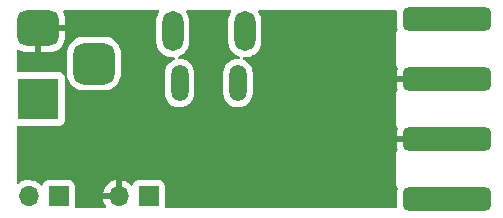
<source format=gbr>
%TF.GenerationSoftware,KiCad,Pcbnew,(6.0.2)*%
%TF.CreationDate,2022-09-06T11:12:12-04:00*%
%TF.ProjectId,PowerSupply,506f7765-7253-4757-9070-6c792e6b6963,rev?*%
%TF.SameCoordinates,Original*%
%TF.FileFunction,Copper,L2,Bot*%
%TF.FilePolarity,Positive*%
%FSLAX46Y46*%
G04 Gerber Fmt 4.6, Leading zero omitted, Abs format (unit mm)*
G04 Created by KiCad (PCBNEW (6.0.2)) date 2022-09-06 11:12:12*
%MOMM*%
%LPD*%
G01*
G04 APERTURE LIST*
G04 Aperture macros list*
%AMRoundRect*
0 Rectangle with rounded corners*
0 $1 Rounding radius*
0 $2 $3 $4 $5 $6 $7 $8 $9 X,Y pos of 4 corners*
0 Add a 4 corners polygon primitive as box body*
4,1,4,$2,$3,$4,$5,$6,$7,$8,$9,$2,$3,0*
0 Add four circle primitives for the rounded corners*
1,1,$1+$1,$2,$3*
1,1,$1+$1,$4,$5*
1,1,$1+$1,$6,$7*
1,1,$1+$1,$8,$9*
0 Add four rect primitives between the rounded corners*
20,1,$1+$1,$2,$3,$4,$5,0*
20,1,$1+$1,$4,$5,$6,$7,0*
20,1,$1+$1,$6,$7,$8,$9,0*
20,1,$1+$1,$8,$9,$2,$3,0*%
G04 Aperture macros list end*
%TA.AperFunction,ComponentPad*%
%ADD10RoundRect,0.500000X-3.250000X-0.500000X3.250000X-0.500000X3.250000X0.500000X-3.250000X0.500000X0*%
%TD*%
%TA.AperFunction,ComponentPad*%
%ADD11R,1.700000X1.700000*%
%TD*%
%TA.AperFunction,ComponentPad*%
%ADD12O,1.700000X1.700000*%
%TD*%
%TA.AperFunction,ComponentPad*%
%ADD13R,3.500000X3.500000*%
%TD*%
%TA.AperFunction,ComponentPad*%
%ADD14RoundRect,0.750000X-1.000000X0.750000X-1.000000X-0.750000X1.000000X-0.750000X1.000000X0.750000X0*%
%TD*%
%TA.AperFunction,ComponentPad*%
%ADD15RoundRect,0.875000X-0.875000X0.875000X-0.875000X-0.875000X0.875000X-0.875000X0.875000X0.875000X0*%
%TD*%
%TA.AperFunction,ComponentPad*%
%ADD16O,1.800000X3.400000*%
%TD*%
%TA.AperFunction,ComponentPad*%
%ADD17O,1.450000X3.100000*%
%TD*%
%TA.AperFunction,ViaPad*%
%ADD18C,0.800000*%
%TD*%
G04 APERTURE END LIST*
D10*
%TO.P,J1,1,Pin_1*%
%TO.N,+24V*%
X178435000Y-68580000D03*
%TO.P,J1,2,Pin_2*%
%TO.N,GND*%
X178435000Y-73660000D03*
%TO.P,J1,3,Pin_3*%
X178435000Y-78740000D03*
%TO.P,J1,4,Pin_4*%
%TO.N,+6V*%
X178435000Y-83820000D03*
%TD*%
D11*
%TO.P,BT1,1,+*%
%TO.N,+BATT*%
X153162000Y-83566000D03*
D12*
%TO.P,BT1,2,-*%
%TO.N,GND*%
X150622000Y-83566000D03*
%TD*%
D11*
%TO.P,D3,1,K*%
%TO.N,Net-(D3-Pad1)*%
X145542000Y-83566000D03*
D12*
%TO.P,D3,2,A*%
%TO.N,+5V*%
X143002000Y-83566000D03*
%TD*%
D13*
%TO.P,J2,1*%
%TO.N,+5V*%
X143822496Y-75341988D03*
D14*
%TO.P,J2,2*%
%TO.N,GND*%
X143822496Y-69341988D03*
D15*
%TO.P,J2,3*%
%TO.N,unconnected-(J2-Pad3)*%
X148522496Y-72341988D03*
%TD*%
D16*
%TO.P,SW1,1,1*%
%TO.N,Net-(D1-Pad1)*%
X155194000Y-69596000D03*
%TO.P,SW1,2,2*%
%TO.N,VBUS*%
X161294000Y-69596000D03*
D17*
%TO.P,SW1,3,K*%
%TO.N,Net-(R6-Pad2)*%
X160719000Y-73996000D03*
%TO.P,SW1,4,A*%
%TO.N,VBUS*%
X155769000Y-73996000D03*
%TD*%
D18*
%TO.N,GND*%
X150291800Y-74777600D03*
X159359600Y-83566000D03*
X170103800Y-79705200D03*
X171323000Y-72313800D03*
X167259000Y-77190600D03*
X167944800Y-69469000D03*
X171323000Y-74599800D03*
X160719008Y-80086200D03*
X168325800Y-74828400D03*
X168275000Y-71805800D03*
X169468800Y-77165200D03*
X168351200Y-82473800D03*
X171348400Y-82372200D03*
X144856200Y-78613000D03*
X146050000Y-77876400D03*
X168376600Y-79705200D03*
%TD*%
%TA.AperFunction,Conductor*%
%TO.N,GND*%
G36*
X153997299Y-67835986D02*
G01*
X154039105Y-67884233D01*
X154048191Y-67947424D01*
X154029880Y-67994286D01*
X154029022Y-67995333D01*
X154026651Y-67999499D01*
X153931998Y-68165780D01*
X153910773Y-68203066D01*
X153909135Y-68207579D01*
X153841947Y-68392680D01*
X153829216Y-68427753D01*
X153828362Y-68432474D01*
X153828362Y-68432475D01*
X153804831Y-68562606D01*
X153786682Y-68662969D01*
X153785500Y-68688032D01*
X153785500Y-70456012D01*
X153800617Y-70634175D01*
X153801821Y-70638815D01*
X153801822Y-70638819D01*
X153834377Y-70764247D01*
X153860668Y-70865540D01*
X153958843Y-71083480D01*
X154092334Y-71281762D01*
X154257326Y-71454718D01*
X154449100Y-71597402D01*
X154662172Y-71705733D01*
X154890452Y-71776616D01*
X155127411Y-71808023D01*
X155162739Y-71806697D01*
X155263204Y-71802925D01*
X155325091Y-71818600D01*
X155368678Y-71865245D01*
X155380128Y-71928051D01*
X155355805Y-71987076D01*
X155310264Y-72021046D01*
X155305875Y-72022837D01*
X155301049Y-72024322D01*
X155105386Y-72125312D01*
X154930699Y-72259354D01*
X154927303Y-72263086D01*
X154927302Y-72263087D01*
X154785906Y-72418478D01*
X154785903Y-72418483D01*
X154782509Y-72422212D01*
X154665501Y-72608739D01*
X154663620Y-72613418D01*
X154663618Y-72613422D01*
X154599278Y-72773472D01*
X154583373Y-72813038D01*
X154582351Y-72817974D01*
X154582349Y-72817980D01*
X154565778Y-72898000D01*
X154538722Y-73028652D01*
X154535500Y-73084530D01*
X154535500Y-74876866D01*
X154538377Y-74909104D01*
X154547013Y-75005859D01*
X154550088Y-75040317D01*
X154551420Y-75045186D01*
X154569627Y-75111739D01*
X154608189Y-75252702D01*
X154610359Y-75257251D01*
X154691802Y-75427999D01*
X154702983Y-75451441D01*
X154705924Y-75455533D01*
X154705927Y-75455539D01*
X154828526Y-75626153D01*
X154828529Y-75626157D01*
X154831472Y-75630252D01*
X154989596Y-75783484D01*
X154993788Y-75786301D01*
X155168165Y-75903479D01*
X155168170Y-75903482D01*
X155172355Y-75906294D01*
X155176970Y-75908320D01*
X155176974Y-75908322D01*
X155279427Y-75953295D01*
X155373973Y-75994798D01*
X155378867Y-75995973D01*
X155378870Y-75995974D01*
X155583175Y-76045023D01*
X155588078Y-76046200D01*
X155807902Y-76058875D01*
X156026496Y-76032422D01*
X156236951Y-75967678D01*
X156241435Y-75965364D01*
X156241439Y-75965362D01*
X156361333Y-75903479D01*
X156432614Y-75866688D01*
X156607301Y-75732646D01*
X156704203Y-75626153D01*
X156752094Y-75573522D01*
X156752097Y-75573517D01*
X156755491Y-75569788D01*
X156872499Y-75383261D01*
X156880899Y-75362367D01*
X156952745Y-75183644D01*
X156952745Y-75183642D01*
X156954627Y-75178962D01*
X156955649Y-75174026D01*
X156955651Y-75174020D01*
X156998435Y-74967417D01*
X156999278Y-74963348D01*
X157002500Y-74907470D01*
X157002500Y-73115134D01*
X156987912Y-72951683D01*
X156929811Y-72739298D01*
X156850968Y-72574001D01*
X156837189Y-72545112D01*
X156837187Y-72545109D01*
X156835017Y-72540559D01*
X156832076Y-72536467D01*
X156832073Y-72536461D01*
X156709474Y-72365847D01*
X156709471Y-72365843D01*
X156706528Y-72361748D01*
X156548404Y-72208516D01*
X156544212Y-72205699D01*
X156369835Y-72088521D01*
X156369830Y-72088518D01*
X156365645Y-72085706D01*
X156361030Y-72083680D01*
X156361026Y-72083678D01*
X156218345Y-72021046D01*
X156164027Y-71997202D01*
X156159133Y-71996027D01*
X156159130Y-71996026D01*
X155954825Y-71946977D01*
X155954824Y-71946977D01*
X155949922Y-71945800D01*
X155770030Y-71935427D01*
X155735129Y-71933415D01*
X155735128Y-71933415D01*
X155734080Y-71933355D01*
X155734078Y-71933354D01*
X155730098Y-71933125D01*
X155730144Y-71932332D01*
X155672611Y-71917381D01*
X155629313Y-71870468D01*
X155618251Y-71807593D01*
X155642938Y-71748719D01*
X155689232Y-71714814D01*
X155818074Y-71663932D01*
X155818076Y-71663931D01*
X155822533Y-71662171D01*
X155933995Y-71594534D01*
X156022777Y-71540660D01*
X156022780Y-71540658D01*
X156026883Y-71538168D01*
X156123051Y-71454718D01*
X156203793Y-71384654D01*
X156203796Y-71384651D01*
X156207419Y-71381507D01*
X156358978Y-71196667D01*
X156376210Y-71166396D01*
X156474853Y-70993105D01*
X156474854Y-70993102D01*
X156477227Y-70988934D01*
X156510216Y-70898050D01*
X156557147Y-70768758D01*
X156557148Y-70768754D01*
X156558784Y-70764247D01*
X156576050Y-70668767D01*
X156600653Y-70532710D01*
X156600653Y-70532706D01*
X156601318Y-70529031D01*
X156602500Y-70503968D01*
X156602500Y-68735988D01*
X156587383Y-68557825D01*
X156580623Y-68531778D01*
X156528539Y-68331110D01*
X156528539Y-68331109D01*
X156527332Y-68326460D01*
X156429157Y-68108520D01*
X156352443Y-67994573D01*
X156333155Y-67933718D01*
X156349830Y-67872093D01*
X156397174Y-67829267D01*
X156446429Y-67818000D01*
X160036044Y-67818000D01*
X160097299Y-67835986D01*
X160139105Y-67884233D01*
X160148191Y-67947424D01*
X160129880Y-67994286D01*
X160129022Y-67995333D01*
X160126651Y-67999499D01*
X160031998Y-68165780D01*
X160010773Y-68203066D01*
X160009135Y-68207579D01*
X159941947Y-68392680D01*
X159929216Y-68427753D01*
X159928362Y-68432474D01*
X159928362Y-68432475D01*
X159904831Y-68562606D01*
X159886682Y-68662969D01*
X159885500Y-68688032D01*
X159885500Y-70456012D01*
X159900617Y-70634175D01*
X159901821Y-70638815D01*
X159901822Y-70638819D01*
X159934377Y-70764247D01*
X159960668Y-70865540D01*
X160058843Y-71083480D01*
X160192334Y-71281762D01*
X160357326Y-71454718D01*
X160549100Y-71597402D01*
X160762172Y-71705733D01*
X160795769Y-71716165D01*
X160848935Y-71751506D01*
X160874554Y-71809981D01*
X160864492Y-71873024D01*
X160821944Y-71920619D01*
X160755649Y-71937481D01*
X160730371Y-71936024D01*
X160680098Y-71933125D01*
X160461504Y-71959578D01*
X160251049Y-72024322D01*
X160246565Y-72026636D01*
X160246561Y-72026638D01*
X160187022Y-72057369D01*
X160055386Y-72125312D01*
X159880699Y-72259354D01*
X159877303Y-72263086D01*
X159877302Y-72263087D01*
X159735906Y-72418478D01*
X159735903Y-72418483D01*
X159732509Y-72422212D01*
X159615501Y-72608739D01*
X159613620Y-72613418D01*
X159613618Y-72613422D01*
X159549278Y-72773472D01*
X159533373Y-72813038D01*
X159532351Y-72817974D01*
X159532349Y-72817980D01*
X159515778Y-72898000D01*
X159488722Y-73028652D01*
X159485500Y-73084530D01*
X159485500Y-74876866D01*
X159488377Y-74909104D01*
X159497013Y-75005859D01*
X159500088Y-75040317D01*
X159501420Y-75045186D01*
X159519627Y-75111739D01*
X159558189Y-75252702D01*
X159560359Y-75257251D01*
X159641802Y-75427999D01*
X159652983Y-75451441D01*
X159655924Y-75455533D01*
X159655927Y-75455539D01*
X159778526Y-75626153D01*
X159778529Y-75626157D01*
X159781472Y-75630252D01*
X159939596Y-75783484D01*
X159943788Y-75786301D01*
X160118165Y-75903479D01*
X160118170Y-75903482D01*
X160122355Y-75906294D01*
X160126970Y-75908320D01*
X160126974Y-75908322D01*
X160229427Y-75953295D01*
X160323973Y-75994798D01*
X160328867Y-75995973D01*
X160328870Y-75995974D01*
X160533175Y-76045023D01*
X160538078Y-76046200D01*
X160757902Y-76058875D01*
X160976496Y-76032422D01*
X161186951Y-75967678D01*
X161191435Y-75965364D01*
X161191439Y-75965362D01*
X161311333Y-75903479D01*
X161382614Y-75866688D01*
X161557301Y-75732646D01*
X161654203Y-75626153D01*
X161702094Y-75573522D01*
X161702097Y-75573517D01*
X161705491Y-75569788D01*
X161822499Y-75383261D01*
X161830899Y-75362367D01*
X161902745Y-75183644D01*
X161902745Y-75183642D01*
X161904627Y-75178962D01*
X161905649Y-75174026D01*
X161905651Y-75174020D01*
X161948435Y-74967417D01*
X161949278Y-74963348D01*
X161952500Y-74907470D01*
X161952500Y-73115134D01*
X161937912Y-72951683D01*
X161879811Y-72739298D01*
X161800968Y-72574001D01*
X161787189Y-72545112D01*
X161787187Y-72545109D01*
X161785017Y-72540559D01*
X161782076Y-72536467D01*
X161782073Y-72536461D01*
X161659474Y-72365847D01*
X161659471Y-72365843D01*
X161656528Y-72361748D01*
X161498404Y-72208516D01*
X161494212Y-72205699D01*
X161319835Y-72088521D01*
X161319830Y-72088518D01*
X161315645Y-72085706D01*
X161311028Y-72083679D01*
X161311022Y-72083676D01*
X161176268Y-72024524D01*
X161127408Y-71983434D01*
X161108520Y-71922451D01*
X161125600Y-71860938D01*
X161173225Y-71818424D01*
X161225989Y-71807834D01*
X161227411Y-71808023D01*
X161232207Y-71807843D01*
X161232209Y-71807843D01*
X161461480Y-71799235D01*
X161466274Y-71799055D01*
X161470966Y-71798070D01*
X161470970Y-71798070D01*
X161695513Y-71750956D01*
X161695516Y-71750955D01*
X161700211Y-71749970D01*
X161812227Y-71705733D01*
X161918078Y-71663931D01*
X161918084Y-71663928D01*
X161922533Y-71662171D01*
X162033995Y-71594534D01*
X162122777Y-71540660D01*
X162122780Y-71540658D01*
X162126883Y-71538168D01*
X162223051Y-71454718D01*
X162303793Y-71384654D01*
X162303796Y-71384651D01*
X162307419Y-71381507D01*
X162458978Y-71196667D01*
X162476210Y-71166396D01*
X162574853Y-70993105D01*
X162574854Y-70993102D01*
X162577227Y-70988934D01*
X162610216Y-70898050D01*
X162657147Y-70768758D01*
X162657148Y-70768754D01*
X162658784Y-70764247D01*
X162676050Y-70668767D01*
X162700653Y-70532710D01*
X162700653Y-70532706D01*
X162701318Y-70529031D01*
X162702500Y-70503968D01*
X162702500Y-68735988D01*
X162687383Y-68557825D01*
X162680623Y-68531778D01*
X162628539Y-68331110D01*
X162628539Y-68331109D01*
X162627332Y-68326460D01*
X162529157Y-68108520D01*
X162452443Y-67994573D01*
X162433155Y-67933718D01*
X162449830Y-67872093D01*
X162497174Y-67829267D01*
X162546429Y-67818000D01*
X174070562Y-67818000D01*
X174131817Y-67835986D01*
X174173623Y-67884233D01*
X174181626Y-67953696D01*
X174177639Y-67973467D01*
X174177638Y-67973477D01*
X174176808Y-67977592D01*
X174176500Y-67983672D01*
X174176500Y-69176328D01*
X174176808Y-69182408D01*
X174215900Y-69376284D01*
X174218029Y-69381398D01*
X174236267Y-69425212D01*
X174243202Y-69488675D01*
X174226747Y-69530371D01*
X174223793Y-69534928D01*
X174213640Y-69548304D01*
X174196044Y-69568228D01*
X174183125Y-69595744D01*
X174175643Y-69609213D01*
X174163498Y-69627951D01*
X174163496Y-69627956D01*
X174159107Y-69634727D01*
X174151488Y-69660202D01*
X174145504Y-69675874D01*
X174134201Y-69699948D01*
X174132959Y-69707928D01*
X174129524Y-69729987D01*
X174126124Y-69745013D01*
X174117413Y-69774141D01*
X174117364Y-69782213D01*
X174117203Y-69808463D01*
X174117166Y-69809358D01*
X174117000Y-69810423D01*
X174117000Y-69841376D01*
X174116998Y-69842068D01*
X174116524Y-69919652D01*
X174116901Y-69920972D01*
X174117000Y-69922419D01*
X174117000Y-72381376D01*
X174116998Y-72382068D01*
X174116727Y-72426488D01*
X174116524Y-72459652D01*
X174118743Y-72467415D01*
X174118743Y-72467417D01*
X174124878Y-72488883D01*
X174128096Y-72503956D01*
X174132405Y-72534045D01*
X174143410Y-72558251D01*
X174149205Y-72574001D01*
X174156512Y-72599565D01*
X174160814Y-72606384D01*
X174160816Y-72606388D01*
X174172732Y-72625273D01*
X174180044Y-72638823D01*
X174192633Y-72666510D01*
X174197903Y-72672626D01*
X174197905Y-72672629D01*
X174209985Y-72686649D01*
X174219973Y-72700147D01*
X174227496Y-72712070D01*
X174244972Y-72773472D01*
X174236276Y-72816070D01*
X174218509Y-72858752D01*
X174215286Y-72869293D01*
X174178138Y-73053527D01*
X174177096Y-73061836D01*
X174177073Y-73062284D01*
X174177000Y-73065164D01*
X174177000Y-73389709D01*
X174181024Y-73403415D01*
X174182273Y-73404497D01*
X174189183Y-73406000D01*
X178575700Y-73406000D01*
X178636955Y-73423986D01*
X178678761Y-73472233D01*
X178689000Y-73519300D01*
X178689000Y-73800700D01*
X178671014Y-73861955D01*
X178622767Y-73903761D01*
X178575700Y-73914000D01*
X174193291Y-73914000D01*
X174179585Y-73918024D01*
X174178503Y-73919273D01*
X174177000Y-73926183D01*
X174177000Y-74254836D01*
X174177073Y-74257716D01*
X174177096Y-74258164D01*
X174178138Y-74266473D01*
X174215287Y-74450711D01*
X174218508Y-74461247D01*
X174236597Y-74504703D01*
X174243532Y-74568166D01*
X174227075Y-74609864D01*
X174223795Y-74614925D01*
X174213640Y-74628304D01*
X174196044Y-74648228D01*
X174183125Y-74675744D01*
X174175643Y-74689213D01*
X174163498Y-74707951D01*
X174163496Y-74707956D01*
X174159107Y-74714727D01*
X174151488Y-74740202D01*
X174145504Y-74755874D01*
X174134201Y-74779948D01*
X174132959Y-74787928D01*
X174129524Y-74809987D01*
X174126124Y-74825013D01*
X174117413Y-74854141D01*
X174117364Y-74862213D01*
X174117203Y-74888463D01*
X174117166Y-74889358D01*
X174117000Y-74890423D01*
X174117000Y-74921376D01*
X174116998Y-74922068D01*
X174116524Y-74999652D01*
X174116901Y-75000972D01*
X174117000Y-75002419D01*
X174117000Y-77461376D01*
X174116998Y-77462068D01*
X174116524Y-77539652D01*
X174118743Y-77547415D01*
X174118743Y-77547417D01*
X174124878Y-77568883D01*
X174128096Y-77583956D01*
X174132405Y-77614045D01*
X174143410Y-77638251D01*
X174149205Y-77654001D01*
X174156512Y-77679565D01*
X174160814Y-77686384D01*
X174160816Y-77686388D01*
X174172732Y-77705273D01*
X174180044Y-77718823D01*
X174192633Y-77746510D01*
X174197903Y-77752626D01*
X174197905Y-77752629D01*
X174209985Y-77766649D01*
X174219973Y-77780147D01*
X174227496Y-77792070D01*
X174244972Y-77853472D01*
X174236276Y-77896070D01*
X174218509Y-77938752D01*
X174215286Y-77949293D01*
X174178138Y-78133527D01*
X174177096Y-78141836D01*
X174177073Y-78142284D01*
X174177000Y-78145164D01*
X174177000Y-78469709D01*
X174181024Y-78483415D01*
X174182273Y-78484497D01*
X174189183Y-78486000D01*
X178575700Y-78486000D01*
X178636955Y-78503986D01*
X178678761Y-78552233D01*
X178689000Y-78599300D01*
X178689000Y-78880700D01*
X178671014Y-78941955D01*
X178622767Y-78983761D01*
X178575700Y-78994000D01*
X174193291Y-78994000D01*
X174179585Y-78998024D01*
X174178503Y-78999273D01*
X174177000Y-79006183D01*
X174177000Y-79334836D01*
X174177073Y-79337716D01*
X174177096Y-79338164D01*
X174178138Y-79346473D01*
X174215287Y-79530711D01*
X174218508Y-79541247D01*
X174236597Y-79584703D01*
X174243532Y-79648166D01*
X174227075Y-79689864D01*
X174223795Y-79694925D01*
X174213640Y-79708304D01*
X174196044Y-79728228D01*
X174183125Y-79755744D01*
X174175643Y-79769213D01*
X174163498Y-79787951D01*
X174163496Y-79787956D01*
X174159107Y-79794727D01*
X174151488Y-79820202D01*
X174145504Y-79835874D01*
X174134201Y-79859948D01*
X174132959Y-79867928D01*
X174129524Y-79889987D01*
X174126124Y-79905013D01*
X174117413Y-79934141D01*
X174117364Y-79942213D01*
X174117203Y-79968463D01*
X174117166Y-79969358D01*
X174117000Y-79970423D01*
X174117000Y-80001376D01*
X174116998Y-80002068D01*
X174116524Y-80079652D01*
X174116901Y-80080972D01*
X174117000Y-80082419D01*
X174117000Y-82541376D01*
X174116998Y-82542068D01*
X174116615Y-82604825D01*
X174116524Y-82619652D01*
X174118743Y-82627415D01*
X174118743Y-82627417D01*
X174124878Y-82648883D01*
X174128096Y-82663956D01*
X174132405Y-82694045D01*
X174143410Y-82718251D01*
X174149205Y-82734001D01*
X174156512Y-82759565D01*
X174160814Y-82766384D01*
X174160816Y-82766388D01*
X174172732Y-82785273D01*
X174180044Y-82798823D01*
X174192633Y-82826510D01*
X174197903Y-82832626D01*
X174197905Y-82832629D01*
X174209985Y-82846649D01*
X174219974Y-82860148D01*
X174227170Y-82871553D01*
X174244645Y-82932955D01*
X174235949Y-82975551D01*
X174215900Y-83023716D01*
X174176808Y-83217592D01*
X174176500Y-83223672D01*
X174176500Y-84416328D01*
X174176808Y-84422408D01*
X174177638Y-84426523D01*
X174177639Y-84426533D01*
X174181626Y-84446304D01*
X174176104Y-84509905D01*
X174137072Y-84560424D01*
X174070562Y-84582000D01*
X154633553Y-84582000D01*
X154572298Y-84564014D01*
X154530492Y-84515767D01*
X154520712Y-84464134D01*
X154520500Y-84464134D01*
X154520500Y-82667866D01*
X154520170Y-82664824D01*
X154520169Y-82664814D01*
X154514512Y-82612749D01*
X154513745Y-82605684D01*
X154495967Y-82558259D01*
X154465449Y-82476854D01*
X154465448Y-82476853D01*
X154462615Y-82469295D01*
X154375261Y-82352739D01*
X154258705Y-82265385D01*
X154251147Y-82262552D01*
X154251146Y-82262551D01*
X154128970Y-82216749D01*
X154128967Y-82216748D01*
X154122316Y-82214255D01*
X154090646Y-82210815D01*
X154063186Y-82207831D01*
X154063176Y-82207830D01*
X154060134Y-82207500D01*
X152263866Y-82207500D01*
X152260824Y-82207830D01*
X152260814Y-82207831D01*
X152233354Y-82210815D01*
X152201684Y-82214255D01*
X152195033Y-82216748D01*
X152195030Y-82216749D01*
X152072854Y-82262551D01*
X152072853Y-82262552D01*
X152065295Y-82265385D01*
X151948739Y-82352739D01*
X151861385Y-82469295D01*
X151858552Y-82476853D01*
X151858551Y-82476854D01*
X151830989Y-82550375D01*
X151810255Y-82605684D01*
X151807963Y-82604825D01*
X151782127Y-82650039D01*
X151725514Y-82679545D01*
X151661936Y-82673760D01*
X151619776Y-82644642D01*
X151554454Y-82572855D01*
X151547677Y-82566535D01*
X151379735Y-82433903D01*
X151372005Y-82428767D01*
X151184657Y-82325345D01*
X151176194Y-82321542D01*
X150974472Y-82250108D01*
X150965501Y-82247738D01*
X150892039Y-82234652D01*
X150880083Y-82235964D01*
X150876000Y-82249055D01*
X150876000Y-83706700D01*
X150858014Y-83767955D01*
X150809767Y-83809761D01*
X150762700Y-83820000D01*
X149303401Y-83820000D01*
X149291233Y-83823573D01*
X149289941Y-83832561D01*
X149320679Y-83968952D01*
X149323450Y-83977797D01*
X149403966Y-84176085D01*
X149408143Y-84184354D01*
X149519963Y-84366827D01*
X149525436Y-84374305D01*
X149542945Y-84394518D01*
X149569456Y-84452593D01*
X149560361Y-84515783D01*
X149518547Y-84564024D01*
X149457307Y-84582000D01*
X147013553Y-84582000D01*
X146952298Y-84564014D01*
X146910492Y-84515767D01*
X146900712Y-84464134D01*
X146900500Y-84464134D01*
X146900500Y-83301327D01*
X149286071Y-83301327D01*
X149287450Y-83308948D01*
X149298584Y-83312000D01*
X150351709Y-83312000D01*
X150365415Y-83307976D01*
X150366497Y-83306727D01*
X150368000Y-83299817D01*
X150368000Y-82247278D01*
X150364476Y-82235278D01*
X150351636Y-82233491D01*
X150310801Y-82239740D01*
X150301794Y-82241886D01*
X150098372Y-82308374D01*
X150089820Y-82311969D01*
X149900002Y-82410782D01*
X149892154Y-82415724D01*
X149721020Y-82544216D01*
X149714082Y-82550375D01*
X149566231Y-82705093D01*
X149560401Y-82712293D01*
X149439796Y-82889091D01*
X149435222Y-82897144D01*
X149345119Y-83091255D01*
X149341915Y-83099965D01*
X149286071Y-83301327D01*
X146900500Y-83301327D01*
X146900500Y-82667866D01*
X146900170Y-82664824D01*
X146900169Y-82664814D01*
X146894512Y-82612749D01*
X146893745Y-82605684D01*
X146875967Y-82558259D01*
X146845449Y-82476854D01*
X146845448Y-82476853D01*
X146842615Y-82469295D01*
X146755261Y-82352739D01*
X146638705Y-82265385D01*
X146631147Y-82262552D01*
X146631146Y-82262551D01*
X146508970Y-82216749D01*
X146508967Y-82216748D01*
X146502316Y-82214255D01*
X146470646Y-82210815D01*
X146443186Y-82207831D01*
X146443176Y-82207830D01*
X146440134Y-82207500D01*
X144643866Y-82207500D01*
X144640824Y-82207830D01*
X144640814Y-82207831D01*
X144613354Y-82210815D01*
X144581684Y-82214255D01*
X144575033Y-82216748D01*
X144575030Y-82216749D01*
X144452854Y-82262551D01*
X144452853Y-82262552D01*
X144445295Y-82265385D01*
X144328739Y-82352739D01*
X144241385Y-82469295D01*
X144238552Y-82476853D01*
X144238551Y-82476854D01*
X144210989Y-82550375D01*
X144190255Y-82605684D01*
X144187801Y-82604764D01*
X144162272Y-82649446D01*
X144105661Y-82678955D01*
X144042082Y-82673174D01*
X143999919Y-82644056D01*
X143931670Y-82569051D01*
X143928023Y-82566171D01*
X143928019Y-82566167D01*
X143790602Y-82457642D01*
X143756359Y-82430598D01*
X143560789Y-82322638D01*
X143391108Y-82262551D01*
X143354601Y-82249623D01*
X143354599Y-82249622D01*
X143350212Y-82248069D01*
X143130284Y-82208894D01*
X143125639Y-82208837D01*
X143125636Y-82208837D01*
X143012127Y-82207450D01*
X142906911Y-82206165D01*
X142902311Y-82206869D01*
X142902309Y-82206869D01*
X142712172Y-82235964D01*
X142686091Y-82239955D01*
X142473756Y-82309357D01*
X142469631Y-82311504D01*
X142469627Y-82311506D01*
X142288193Y-82405955D01*
X142275607Y-82412507D01*
X142271887Y-82415300D01*
X142167328Y-82493805D01*
X142107544Y-82516201D01*
X142045143Y-82502719D01*
X141999937Y-82457642D01*
X141986000Y-82403201D01*
X141986000Y-77713788D01*
X142003986Y-77652533D01*
X142052233Y-77610727D01*
X142099300Y-77600488D01*
X145620630Y-77600488D01*
X145623672Y-77600158D01*
X145623682Y-77600157D01*
X145651142Y-77597173D01*
X145682812Y-77593733D01*
X145689463Y-77591240D01*
X145689466Y-77591239D01*
X145811642Y-77545437D01*
X145811643Y-77545436D01*
X145819201Y-77542603D01*
X145935757Y-77455249D01*
X146023111Y-77338693D01*
X146025945Y-77331134D01*
X146071747Y-77208958D01*
X146071748Y-77208955D01*
X146074241Y-77202304D01*
X146078079Y-77166973D01*
X146080665Y-77143174D01*
X146080666Y-77143164D01*
X146080996Y-77140122D01*
X146080996Y-73585193D01*
X146098982Y-73523938D01*
X146145107Y-73483971D01*
X146143854Y-73484221D01*
X146129234Y-73478478D01*
X146172640Y-73478478D01*
X146210420Y-73473046D01*
X146268492Y-73499567D01*
X146303007Y-73553273D01*
X146305495Y-73563477D01*
X146312116Y-73597381D01*
X146395300Y-73816940D01*
X146397729Y-73821071D01*
X146397729Y-73821072D01*
X146459521Y-73926183D01*
X146514287Y-74019344D01*
X146665677Y-74198807D01*
X146845140Y-74350197D01*
X147047544Y-74469184D01*
X147267103Y-74552368D01*
X147497539Y-74597369D01*
X147501461Y-74597581D01*
X147501466Y-74597582D01*
X147553611Y-74600406D01*
X147553625Y-74600406D01*
X147555132Y-74600488D01*
X149489860Y-74600488D01*
X149491367Y-74600406D01*
X149491381Y-74600406D01*
X149543526Y-74597582D01*
X149543531Y-74597581D01*
X149547453Y-74597369D01*
X149777889Y-74552368D01*
X149997448Y-74469184D01*
X150199852Y-74350197D01*
X150379315Y-74198807D01*
X150530705Y-74019344D01*
X150585472Y-73926183D01*
X150647263Y-73821072D01*
X150647263Y-73821071D01*
X150649692Y-73816940D01*
X150732876Y-73597381D01*
X150777877Y-73366945D01*
X150780996Y-73309352D01*
X150780996Y-71374624D01*
X150779581Y-71348484D01*
X150778090Y-71320958D01*
X150778089Y-71320953D01*
X150777877Y-71317031D01*
X150732876Y-71086595D01*
X150649692Y-70867036D01*
X150646079Y-70860890D01*
X150533136Y-70668767D01*
X150533135Y-70668766D01*
X150530705Y-70664632D01*
X150379315Y-70485169D01*
X150199852Y-70333779D01*
X149997448Y-70214792D01*
X149777889Y-70131608D01*
X149547453Y-70086607D01*
X149543531Y-70086395D01*
X149543526Y-70086394D01*
X149491381Y-70083570D01*
X149491367Y-70083570D01*
X149489860Y-70083488D01*
X147555132Y-70083488D01*
X147553625Y-70083570D01*
X147553611Y-70083570D01*
X147501466Y-70086394D01*
X147501461Y-70086395D01*
X147497539Y-70086607D01*
X147267103Y-70131608D01*
X147047544Y-70214792D01*
X146845140Y-70333779D01*
X146665677Y-70485169D01*
X146514287Y-70664632D01*
X146511857Y-70668766D01*
X146511856Y-70668767D01*
X146398913Y-70860890D01*
X146395300Y-70867036D01*
X146312116Y-71086595D01*
X146267115Y-71317031D01*
X146266903Y-71320953D01*
X146266902Y-71320958D01*
X146265412Y-71348484D01*
X146263996Y-71374624D01*
X146263996Y-73309352D01*
X146266903Y-73363018D01*
X146267023Y-73365238D01*
X146252376Y-73427376D01*
X146206461Y-73471731D01*
X146172640Y-73478478D01*
X146129234Y-73478478D01*
X146084433Y-73460880D01*
X146047799Y-73411138D01*
X146025944Y-73352840D01*
X146023111Y-73345283D01*
X145935757Y-73228727D01*
X145819201Y-73141373D01*
X145811643Y-73138540D01*
X145811642Y-73138539D01*
X145689466Y-73092737D01*
X145689463Y-73092736D01*
X145682812Y-73090243D01*
X145651142Y-73086803D01*
X145623682Y-73083819D01*
X145623672Y-73083818D01*
X145620630Y-73083488D01*
X142099300Y-73083488D01*
X142038045Y-73065502D01*
X141996239Y-73017255D01*
X141986000Y-72970188D01*
X141986000Y-71259433D01*
X142003986Y-71198178D01*
X142052233Y-71156372D01*
X142115424Y-71147286D01*
X142163961Y-71166396D01*
X142192549Y-71186265D01*
X142201278Y-71191243D01*
X142396283Y-71280524D01*
X142405757Y-71283879D01*
X142613699Y-71337270D01*
X142623189Y-71338862D01*
X142757677Y-71349801D01*
X142762284Y-71349988D01*
X143552205Y-71349988D01*
X143565911Y-71345964D01*
X143566993Y-71344715D01*
X143568496Y-71337805D01*
X143568496Y-71333696D01*
X144076496Y-71333696D01*
X144080520Y-71347402D01*
X144081769Y-71348484D01*
X144088679Y-71349987D01*
X144882706Y-71349987D01*
X144887317Y-71349800D01*
X145021804Y-71338862D01*
X145031291Y-71337270D01*
X145239235Y-71283879D01*
X145248709Y-71280524D01*
X145443714Y-71191243D01*
X145452445Y-71186264D01*
X145628558Y-71063863D01*
X145636270Y-71057414D01*
X145787922Y-70905762D01*
X145794371Y-70898050D01*
X145916772Y-70721937D01*
X145921751Y-70713206D01*
X146011032Y-70518201D01*
X146014387Y-70508727D01*
X146067778Y-70300785D01*
X146069370Y-70291295D01*
X146080309Y-70156807D01*
X146080496Y-70152200D01*
X146080496Y-69612279D01*
X146076472Y-69598573D01*
X146075223Y-69597491D01*
X146068313Y-69595988D01*
X144092787Y-69595988D01*
X144079081Y-69600012D01*
X144077999Y-69601261D01*
X144076496Y-69608171D01*
X144076496Y-71333696D01*
X143568496Y-71333696D01*
X143568496Y-69201288D01*
X143586482Y-69140033D01*
X143634729Y-69098227D01*
X143681796Y-69087988D01*
X146064204Y-69087988D01*
X146077910Y-69083964D01*
X146078992Y-69082715D01*
X146080495Y-69075805D01*
X146080495Y-68531778D01*
X146080308Y-68527167D01*
X146069370Y-68392680D01*
X146067778Y-68383193D01*
X146014387Y-68175249D01*
X146011034Y-68165780D01*
X145925274Y-67978464D01*
X145916129Y-67915282D01*
X145942594Y-67857186D01*
X145996267Y-67822620D01*
X146028291Y-67818000D01*
X153936044Y-67818000D01*
X153997299Y-67835986D01*
G37*
%TD.AperFunction*%
%TD*%
M02*

</source>
